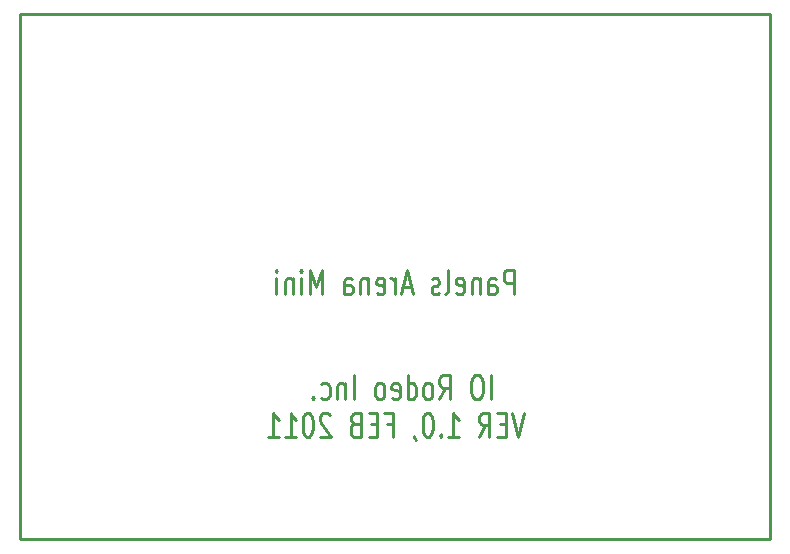
<source format=gbo>
G04 (created by PCBNEW-RS274X (2010-03-14)-final) date Tue 08 Feb 2011 04:32:16 PM PST*
G01*
G70*
G90*
%MOIN*%
G04 Gerber Fmt 3.4, Leading zero omitted, Abs format*
%FSLAX34Y34*%
G04 APERTURE LIST*
%ADD10C,0.006000*%
%ADD11C,0.009000*%
%ADD12C,0.010000*%
G04 APERTURE END LIST*
G54D10*
G54D11*
X38500Y-39000D02*
X38500Y-56500D01*
X63500Y-39000D02*
X38500Y-39000D01*
X63500Y-56500D02*
X63500Y-39000D01*
X38500Y-56500D02*
X63500Y-56500D01*
G54D12*
X55284Y-52274D02*
X55084Y-53074D01*
X54884Y-52274D01*
X54684Y-52655D02*
X54484Y-52655D01*
X54398Y-53074D02*
X54684Y-53074D01*
X54684Y-52274D01*
X54398Y-52274D01*
X53798Y-53074D02*
X53998Y-52693D01*
X54141Y-53074D02*
X54141Y-52274D01*
X53913Y-52274D01*
X53855Y-52312D01*
X53827Y-52350D01*
X53798Y-52426D01*
X53798Y-52540D01*
X53827Y-52617D01*
X53855Y-52655D01*
X53913Y-52693D01*
X54141Y-52693D01*
X52770Y-53074D02*
X53113Y-53074D01*
X52941Y-53074D02*
X52941Y-52274D01*
X52998Y-52388D01*
X53056Y-52464D01*
X53113Y-52502D01*
X52513Y-52998D02*
X52485Y-53036D01*
X52513Y-53074D01*
X52542Y-53036D01*
X52513Y-52998D01*
X52513Y-53074D01*
X52113Y-52274D02*
X52056Y-52274D01*
X51999Y-52312D01*
X51970Y-52350D01*
X51941Y-52426D01*
X51913Y-52579D01*
X51913Y-52769D01*
X51941Y-52921D01*
X51970Y-52998D01*
X51999Y-53036D01*
X52056Y-53074D01*
X52113Y-53074D01*
X52170Y-53036D01*
X52199Y-52998D01*
X52227Y-52921D01*
X52256Y-52769D01*
X52256Y-52579D01*
X52227Y-52426D01*
X52199Y-52350D01*
X52170Y-52312D01*
X52113Y-52274D01*
X51628Y-53036D02*
X51628Y-53074D01*
X51656Y-53150D01*
X51685Y-53188D01*
X50713Y-52655D02*
X50913Y-52655D01*
X50913Y-53074D02*
X50913Y-52274D01*
X50627Y-52274D01*
X50399Y-52655D02*
X50199Y-52655D01*
X50113Y-53074D02*
X50399Y-53074D01*
X50399Y-52274D01*
X50113Y-52274D01*
X49656Y-52655D02*
X49570Y-52693D01*
X49542Y-52731D01*
X49513Y-52807D01*
X49513Y-52921D01*
X49542Y-52998D01*
X49570Y-53036D01*
X49628Y-53074D01*
X49856Y-53074D01*
X49856Y-52274D01*
X49656Y-52274D01*
X49599Y-52312D01*
X49570Y-52350D01*
X49542Y-52426D01*
X49542Y-52502D01*
X49570Y-52579D01*
X49599Y-52617D01*
X49656Y-52655D01*
X49856Y-52655D01*
X48828Y-52350D02*
X48799Y-52312D01*
X48742Y-52274D01*
X48599Y-52274D01*
X48542Y-52312D01*
X48513Y-52350D01*
X48485Y-52426D01*
X48485Y-52502D01*
X48513Y-52617D01*
X48856Y-53074D01*
X48485Y-53074D01*
X48114Y-52274D02*
X48057Y-52274D01*
X48000Y-52312D01*
X47971Y-52350D01*
X47942Y-52426D01*
X47914Y-52579D01*
X47914Y-52769D01*
X47942Y-52921D01*
X47971Y-52998D01*
X48000Y-53036D01*
X48057Y-53074D01*
X48114Y-53074D01*
X48171Y-53036D01*
X48200Y-52998D01*
X48228Y-52921D01*
X48257Y-52769D01*
X48257Y-52579D01*
X48228Y-52426D01*
X48200Y-52350D01*
X48171Y-52312D01*
X48114Y-52274D01*
X47343Y-53074D02*
X47686Y-53074D01*
X47514Y-53074D02*
X47514Y-52274D01*
X47571Y-52388D01*
X47629Y-52464D01*
X47686Y-52502D01*
X46772Y-53074D02*
X47115Y-53074D01*
X46943Y-53074D02*
X46943Y-52274D01*
X47000Y-52388D01*
X47058Y-52464D01*
X47115Y-52502D01*
X54186Y-51824D02*
X54186Y-51024D01*
X53786Y-51024D02*
X53672Y-51024D01*
X53614Y-51062D01*
X53557Y-51138D01*
X53529Y-51290D01*
X53529Y-51557D01*
X53557Y-51710D01*
X53614Y-51786D01*
X53672Y-51824D01*
X53786Y-51824D01*
X53843Y-51786D01*
X53900Y-51710D01*
X53929Y-51557D01*
X53929Y-51290D01*
X53900Y-51138D01*
X53843Y-51062D01*
X53786Y-51024D01*
X52471Y-51824D02*
X52671Y-51443D01*
X52814Y-51824D02*
X52814Y-51024D01*
X52586Y-51024D01*
X52528Y-51062D01*
X52500Y-51100D01*
X52471Y-51176D01*
X52471Y-51290D01*
X52500Y-51367D01*
X52528Y-51405D01*
X52586Y-51443D01*
X52814Y-51443D01*
X52128Y-51824D02*
X52186Y-51786D01*
X52214Y-51748D01*
X52243Y-51671D01*
X52243Y-51443D01*
X52214Y-51367D01*
X52186Y-51329D01*
X52128Y-51290D01*
X52043Y-51290D01*
X51986Y-51329D01*
X51957Y-51367D01*
X51928Y-51443D01*
X51928Y-51671D01*
X51957Y-51748D01*
X51986Y-51786D01*
X52043Y-51824D01*
X52128Y-51824D01*
X51414Y-51824D02*
X51414Y-51024D01*
X51414Y-51786D02*
X51471Y-51824D01*
X51585Y-51824D01*
X51643Y-51786D01*
X51671Y-51748D01*
X51700Y-51671D01*
X51700Y-51443D01*
X51671Y-51367D01*
X51643Y-51329D01*
X51585Y-51290D01*
X51471Y-51290D01*
X51414Y-51329D01*
X50900Y-51786D02*
X50957Y-51824D01*
X51071Y-51824D01*
X51128Y-51786D01*
X51157Y-51710D01*
X51157Y-51405D01*
X51128Y-51329D01*
X51071Y-51290D01*
X50957Y-51290D01*
X50900Y-51329D01*
X50871Y-51405D01*
X50871Y-51481D01*
X51157Y-51557D01*
X50528Y-51824D02*
X50586Y-51786D01*
X50614Y-51748D01*
X50643Y-51671D01*
X50643Y-51443D01*
X50614Y-51367D01*
X50586Y-51329D01*
X50528Y-51290D01*
X50443Y-51290D01*
X50386Y-51329D01*
X50357Y-51367D01*
X50328Y-51443D01*
X50328Y-51671D01*
X50357Y-51748D01*
X50386Y-51786D01*
X50443Y-51824D01*
X50528Y-51824D01*
X49614Y-51824D02*
X49614Y-51024D01*
X49328Y-51290D02*
X49328Y-51824D01*
X49328Y-51367D02*
X49300Y-51329D01*
X49242Y-51290D01*
X49157Y-51290D01*
X49100Y-51329D01*
X49071Y-51405D01*
X49071Y-51824D01*
X48528Y-51786D02*
X48585Y-51824D01*
X48699Y-51824D01*
X48757Y-51786D01*
X48785Y-51748D01*
X48814Y-51671D01*
X48814Y-51443D01*
X48785Y-51367D01*
X48757Y-51329D01*
X48699Y-51290D01*
X48585Y-51290D01*
X48528Y-51329D01*
X48271Y-51748D02*
X48243Y-51786D01*
X48271Y-51824D01*
X48300Y-51786D01*
X48271Y-51748D01*
X48271Y-51824D01*
X54957Y-48324D02*
X54957Y-47524D01*
X54729Y-47524D01*
X54671Y-47562D01*
X54643Y-47600D01*
X54614Y-47676D01*
X54614Y-47790D01*
X54643Y-47867D01*
X54671Y-47905D01*
X54729Y-47943D01*
X54957Y-47943D01*
X54100Y-48324D02*
X54100Y-47905D01*
X54129Y-47829D01*
X54186Y-47790D01*
X54300Y-47790D01*
X54357Y-47829D01*
X54100Y-48286D02*
X54157Y-48324D01*
X54300Y-48324D01*
X54357Y-48286D01*
X54386Y-48210D01*
X54386Y-48133D01*
X54357Y-48057D01*
X54300Y-48019D01*
X54157Y-48019D01*
X54100Y-47981D01*
X53814Y-47790D02*
X53814Y-48324D01*
X53814Y-47867D02*
X53786Y-47829D01*
X53728Y-47790D01*
X53643Y-47790D01*
X53586Y-47829D01*
X53557Y-47905D01*
X53557Y-48324D01*
X53043Y-48286D02*
X53100Y-48324D01*
X53214Y-48324D01*
X53271Y-48286D01*
X53300Y-48210D01*
X53300Y-47905D01*
X53271Y-47829D01*
X53214Y-47790D01*
X53100Y-47790D01*
X53043Y-47829D01*
X53014Y-47905D01*
X53014Y-47981D01*
X53300Y-48057D01*
X52671Y-48324D02*
X52729Y-48286D01*
X52757Y-48210D01*
X52757Y-47524D01*
X52472Y-48286D02*
X52415Y-48324D01*
X52300Y-48324D01*
X52243Y-48286D01*
X52215Y-48210D01*
X52215Y-48171D01*
X52243Y-48095D01*
X52300Y-48057D01*
X52386Y-48057D01*
X52443Y-48019D01*
X52472Y-47943D01*
X52472Y-47905D01*
X52443Y-47829D01*
X52386Y-47790D01*
X52300Y-47790D01*
X52243Y-47829D01*
X51529Y-48095D02*
X51243Y-48095D01*
X51586Y-48324D02*
X51386Y-47524D01*
X51186Y-48324D01*
X50986Y-48324D02*
X50986Y-47790D01*
X50986Y-47943D02*
X50958Y-47867D01*
X50929Y-47829D01*
X50872Y-47790D01*
X50815Y-47790D01*
X50387Y-48286D02*
X50444Y-48324D01*
X50558Y-48324D01*
X50615Y-48286D01*
X50644Y-48210D01*
X50644Y-47905D01*
X50615Y-47829D01*
X50558Y-47790D01*
X50444Y-47790D01*
X50387Y-47829D01*
X50358Y-47905D01*
X50358Y-47981D01*
X50644Y-48057D01*
X50101Y-47790D02*
X50101Y-48324D01*
X50101Y-47867D02*
X50073Y-47829D01*
X50015Y-47790D01*
X49930Y-47790D01*
X49873Y-47829D01*
X49844Y-47905D01*
X49844Y-48324D01*
X49301Y-48324D02*
X49301Y-47905D01*
X49330Y-47829D01*
X49387Y-47790D01*
X49501Y-47790D01*
X49558Y-47829D01*
X49301Y-48286D02*
X49358Y-48324D01*
X49501Y-48324D01*
X49558Y-48286D01*
X49587Y-48210D01*
X49587Y-48133D01*
X49558Y-48057D01*
X49501Y-48019D01*
X49358Y-48019D01*
X49301Y-47981D01*
X48558Y-48324D02*
X48558Y-47524D01*
X48358Y-48095D01*
X48158Y-47524D01*
X48158Y-48324D01*
X47872Y-48324D02*
X47872Y-47790D01*
X47872Y-47524D02*
X47901Y-47562D01*
X47872Y-47600D01*
X47844Y-47562D01*
X47872Y-47524D01*
X47872Y-47600D01*
X47586Y-47790D02*
X47586Y-48324D01*
X47586Y-47867D02*
X47558Y-47829D01*
X47500Y-47790D01*
X47415Y-47790D01*
X47358Y-47829D01*
X47329Y-47905D01*
X47329Y-48324D01*
X47043Y-48324D02*
X47043Y-47790D01*
X47043Y-47524D02*
X47072Y-47562D01*
X47043Y-47600D01*
X47015Y-47562D01*
X47043Y-47524D01*
X47043Y-47600D01*
M02*

</source>
